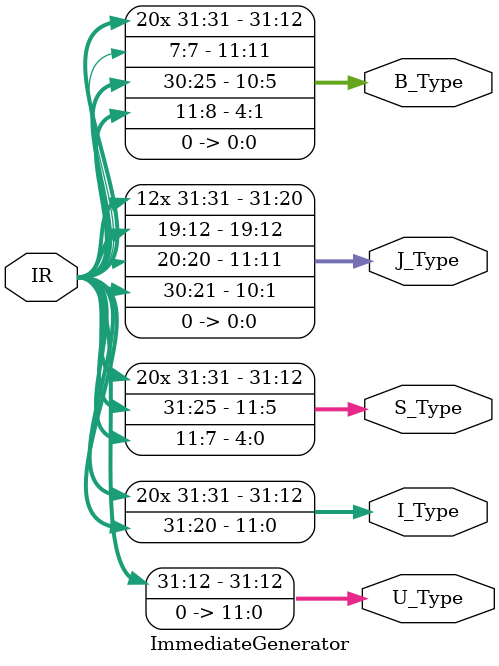
<source format=sv>
`timescale 1ns / 1ps

module ImmediateGenerator(
input [31:0] IR,
output logic [31:0] U_Type,
output logic [31:0] I_Type,
output logic [31:0] S_Type,
output logic [31:0] J_Type,
output logic [31:0] B_Type
);
assign U_Type = {IR[31:12], 12'b0};
assign I_Type = {{20{IR[31]}},IR[31:20]}; 
assign S_Type = {{21{IR[31]}},IR[30:25], IR[11:8], IR[7]};
assign J_Type = {{12{IR[31]}},IR[19:12], IR[20], IR[30:21], 1'b0};
assign B_Type = {{20{IR[31]}},IR[7], IR[30:25], IR[11:8], 1'b0};
endmodule


</source>
